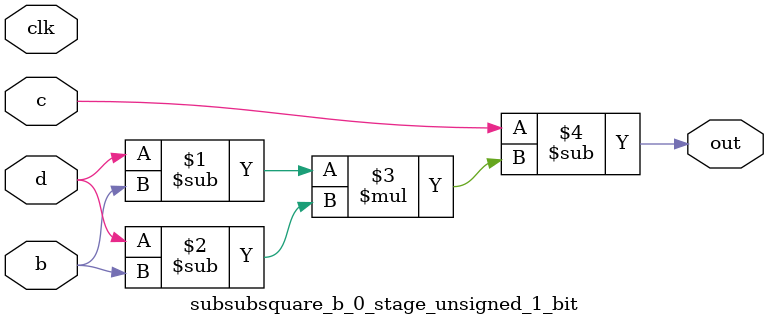
<source format=sv>
(* use_dsp = "yes" *) module subsubsquare_b_0_stage_unsigned_1_bit(
	input  [0:0] b,
	input  [0:0] c,
	input  [0:0] d,
	output [0:0] out,
	input clk);

	assign out = c - ((d - b) * (d - b));
endmodule

</source>
